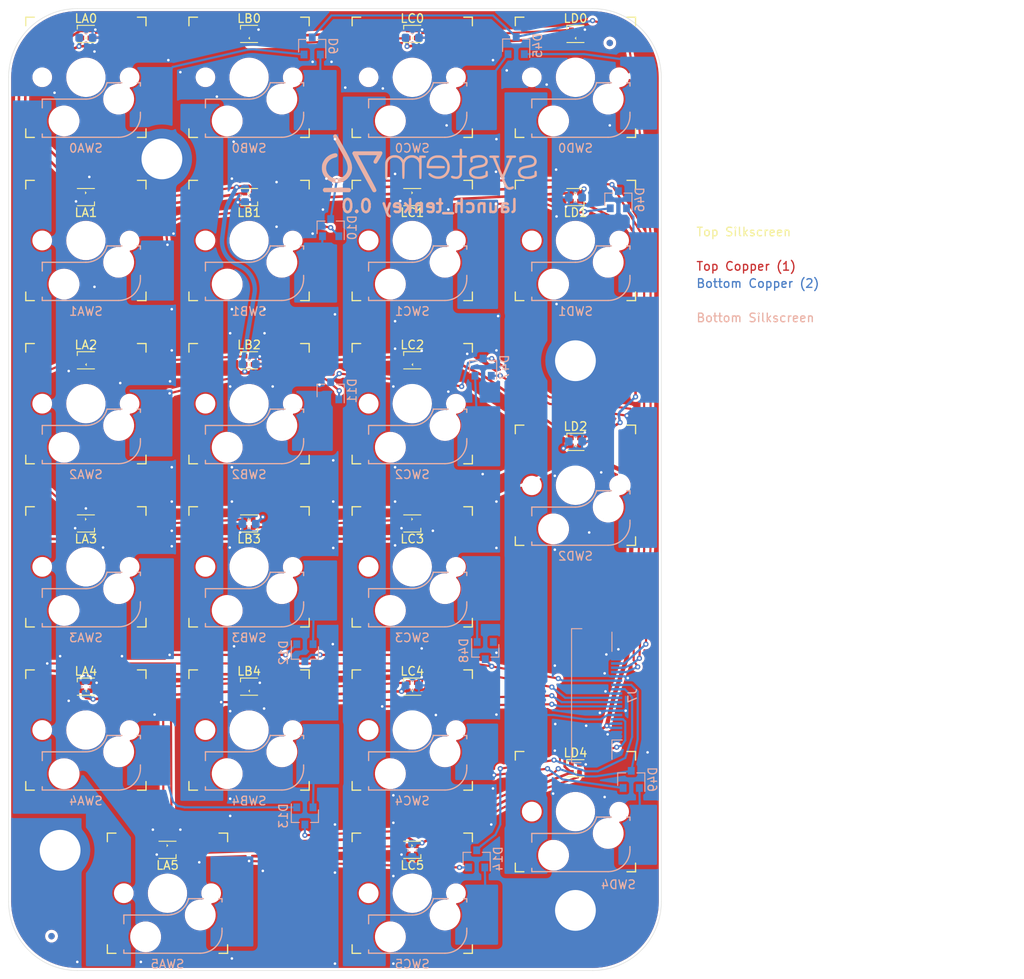
<source format=kicad_pcb>
(kicad_pcb (version 20211014) (generator pcbnew)
  (layers (0 "F.Cu" signal) (31 "B.Cu" signal) (34 "B.Paste" user) (35 "F.Paste" user) (36 "B.SilkS" user "B.Silkscreen") (37 "F.SilkS" user "F.Silkscreen") (38 "B.Mask" user) (39 "F.Mask" user) (44 "Edge.Cuts" user))
  (net 0 "")
  (net 1 "GND")
  (net 2 "+3V6")
  (net 3 "Net-(D9-Pad2)")
  (net 4 "Net-(D9-Pad1)")
  (net 5 "Net-(D10-Pad2)")
  (net 6 "Net-(D10-Pad1)")
  (net 7 "Net-(D11-Pad2)")
  (net 8 "Net-(D11-Pad1)")
  (net 9 "Net-(D12-Pad2)")
  (net 10 "Net-(D12-Pad1)")
  (net 11 "Net-(D13-Pad2)")
  (net 12 "Net-(D13-Pad1)")
  (net 13 "Net-(D14-Pad2)")
  (net 14 "Net-(D14-Pad1)")
  (net 15 "Net-(D45-Pad2)")
  (net 16 "Net-(D45-Pad1)")
  (net 17 "Net-(D46-Pad2)")
  (net 18 "Net-(D46-Pad1)")
  (net 19 "Net-(D47-Pad2)")
  (net 20 "Net-(D47-Pad1)")
  (net 21 "Net-(D48-Pad1)")
  (net 22 "Net-(D49-Pad2)")
  (net 23 "Net-(LA0-Pad1)")
  (net 24 "Net-(LA0-Pad3)")
  (net 25 "Net-(LA1-Pad1)")
  (net 26 "Net-(LA2-Pad1)")
  (net 27 "Net-(LA2-Pad3)")
  (net 28 "Net-(LA3-Pad1)")
  (net 29 "Net-(LC3-Pad1)")
  (net 30 "Net-(LB0-Pad3)")
  (net 31 "Net-(LB1-Pad1)")
  (net 32 "Net-(LB2-Pad3)")
  (net 33 "Net-(LB3-Pad1)")
  (net 34 "Net-(LC5-Pad1)")
  (net 35 "Net-(LC0-Pad3)")
  (net 36 "Net-(LC1-Pad1)")
  (net 37 "Net-(LC2-Pad3)")
  (net 38 "Net-(LB4-Pad3)")
  (net 39 "Net-(LD1-Pad1)")
  (net 42 "Net-(D49-Pad1)")
  (net 43 "Net-(LA4-Pad1)")
  (net 44 "Net-(LA4-Pad3)")
  (net 45 "Net-(LA5-Pad1)")
  (net 46 "/ROW6")
  (net 47 "/ROW7")
  (net 48 "/ROW8")
  (net 49 "/ROW9")
  (net 50 "/ROW10")
  (net 51 "/ROW11")
  (net 52 "/LEDI")
  (net 53 "/COLD")
  (net 54 "/COLE")
  (net 55 "/COLF")
  (net 56 "/COLM")
  (footprint "launch:LED_SK6805-EC15" (layer "F.Cu") (at 50 39.95)
    (fp_text reference "LB0")
    (fp_text value "SK6805-EC15" hide)
  )
  (footprint "launch:LED_SK6805-EC15" (layer "F.Cu") (at 88 39.95)
    (fp_text reference "LD0")
    (fp_text value "SK6805-EC15" hide)
  )
  (footprint "launch:LED_SK6805-EC15" (layer "F.Cu") (at 31 58.95 180)
    (fp_text reference "LA1")
    (fp_text value "SK6805-EC15" hide)
  )
  (footprint "launch:LED_SK6805-EC15" (layer "F.Cu") (at 50 58.95 180)
    (fp_text reference "LB1")
    (fp_text value "SK6805-EC15" hide)
  )
  (footprint "launch:LED_SK6805-EC15" (layer "F.Cu") (at 69 58.95 180)
    (fp_text reference "LC1")
    (fp_text value "SK6805-EC15" hide)
  )
  (footprint "launch:LED_SK6805-EC15" (layer "F.Cu") (at 88 58.95 180)
    (fp_text reference "LD1")
    (fp_text value "SK6805-EC15" hide)
  )
  (footprint "launch:LED_SK6805-EC15" (layer "F.Cu") (at 31 77.95)
    (fp_text reference "LA2")
    (fp_text value "SK6805-EC15" hide)
  )
  (footprint "launch:LED_SK6805-EC15" (layer "F.Cu") (at 50 77.95)
    (fp_text reference "LB2")
    (fp_text value "SK6805-EC15" hide)
  )
  (footprint "launch:LED_SK6805-EC15" (layer "F.Cu") (at 69 77.95)
    (fp_text reference "LC2")
    (fp_text value "SK6805-EC15" hide)
  )
  (footprint "launch:LED_SK6805-EC15" (layer "F.Cu") (at 31 96.95 180)
    (fp_text reference "LA3")
    (fp_text value "SK6805-EC15" hide)
  )
  (footprint "launch:LED_SK6805-EC15" (layer "F.Cu") (at 50 96.95 180)
    (fp_text reference "LB3")
    (fp_text value "SK6805-EC15" hide)
  )
  (footprint "launch:LED_SK6805-EC15" (layer "F.Cu") (at 69 96.95 180)
    (fp_text reference "LC3")
    (fp_text value "SK6805-EC15" hide)
  )
  (footprint "launch:LED_SK6805-EC15" (layer "F.Cu") (at 31 115.95)
    (fp_text reference "LA4")
    (fp_text value "SK6805-EC15" hide)
  )
  (footprint "launch:LED_SK6805-EC15" (layer "F.Cu") (at 50 115.95)
    (fp_text reference "LB4")
    (fp_text value "SK6805-EC15" hide)
  )
  (footprint "launch:LED_SK6805-EC15" (layer "F.Cu") (at 69 115.95)
    (fp_text reference "LC4")
    (fp_text value "SK6805-EC15" hide)
  )
  (footprint "launch:LED_SK6805-EC15" (layer "F.Cu") (at 40.5 134.95 180)
    (fp_text reference "LA5")
    (fp_text value "SK6805-EC15" hide)
  )
  (footprint "launch:LED_SK6805-EC15" (layer "F.Cu") (at 69 134.95 180)
    (fp_text reference "LC5")
    (fp_text value "SK6805-EC15" hide)
  )
  (footprint "launch:LED_SK6805-EC15" (layer "F.Cu") (at 88 125.45)
    (fp_text reference "LD4")
    (fp_text value "SK6805-EC15" hide)
  )
  (footprint "launch:LED_SK6805-EC15" (layer "F.Cu") (at 69 39.95)
    (fp_text reference "LC0")
    (fp_text value "SK6805-EC15" hide)
  )
  (footprint "Fiducial:Fiducial_0.75mm_Mask1.5mm" (layer "F.Cu") (at 92 41)
    (fp_text reference "FID3" hide)
    (fp_text value "Fiducial" hide)
  )
  (footprint "Fiducial:Fiducial_0.75mm_Mask1.5mm" (layer "F.Cu") (at 27 145)
    (fp_text reference "FID1" hide)
    (fp_text value "Fiducial" hide)
  )
  (footprint "launch:LED_SK6805-EC15" (layer "F.Cu") (at 31 39.95)
    (fp_text reference "LA0")
    (fp_text value "SK6805-EC15" hide)
  )
  (footprint "launch:LED_SK6805-EC15" (layer "F.Cu") (at 88 87.45)
    (fp_text reference "LD2")
    (fp_text value "SK6805-EC15" hide)
  )
  (footprint "launch:MountingHole" (layer "F.Cu") (at 39.85 54.5)
    (fp_text reference "H1" hide)
    (fp_text value "MountingHole_Pad")
  )
  (footprint "launch:MountingHole" (layer "F.Cu") (at 28 135)
    (fp_text reference "H2" hide)
    (fp_text value "MountingHole_Pad")
  )
  (footprint "launch:MountingHole" (layer "F.Cu") (at 88 142)
    (fp_text reference "H3" hide)
    (fp_text value "MountingHole_Pad")
  )
  (footprint "launch:MountingHole" (layer "F.Cu") (at 88 78)
    (fp_text reference "H5" hide)
    (fp_text value "MountingHole_Pad" hide)
  )
  (footprint "Kailh:Kailh_socket_MX" (layer "B.Cu") (at 50 45 180)
    (fp_text reference "SWB0")
    (fp_text value "CPG151101S11" hide)
  )
  (footprint "Kailh:Kailh_socket_MX" (layer "B.Cu") (at 69 45 180)
    (fp_text reference "SWC0")
    (fp_text value "CPG151101S11" hide)
  )
  (footprint "Kailh:Kailh_socket_MX" (layer "B.Cu") (at 31 45 180)
    (fp_text reference "SWA0")
    (fp_text value "CPG151101S11" hide)
  )
  (footprint "Kailh:Kailh_socket_MX" (layer "B.Cu") (at 69 83 180)
    (fp_text reference "SWC2")
    (fp_text value "CPG151101S11" hide)
  )
  (footprint "Kailh:Kailh_socket_MX" (layer "B.Cu") (at 69 64 180)
    (fp_text reference "SWC1")
    (fp_text value "CPG151101S11" hide)
  )
  (footprint "Kailh:Kailh_socket_MX" (layer "B.Cu") (at 88 64 180)
    (fp_text reference "SWD1")
    (fp_text value "CPG151101S11" hide)
  )
  (footprint "Kailh:Kailh_socket_MX" (layer "B.Cu") (at 31 83 180)
    (fp_text reference "SWA2")
    (fp_text value "CPG151101S11" hide)
  )
  (footprint "Kailh:Kailh_socket_MX" (layer "B.Cu") (at 50 83 180)
    (fp_text reference "SWB2")
    (fp_text value "CPG151101S11" hide)
  )
  (footprint "Kailh:Kailh_socket_MX" (layer "B.Cu") (at 88 92.5 180)
    (fp_text reference "SWD2")
    (fp_text value "CPG151101S11" hide)
  )
  (footprint "Kailh:Kailh_socket_MX" (layer "B.Cu") (at 31 102 180)
    (fp_text reference "SWA3")
    (fp_text value "CPG151101S11" hide)
  )
  (footprint "Kailh:Kailh_socket_MX" (layer "B.Cu") (at 50 102 180)
    (fp_text reference "SWB3")
    (fp_text value "CPG151101S11" hide)
  )
  (footprint "Kailh:Kailh_socket_MX" (layer "B.Cu") (at 69 102 180)
    (fp_text reference "SWC3")
    (fp_text value "CPG151101S11" hide)
  )
  (footprint "Kailh:Kailh_socket_MX" (layer "B.Cu") (at 31 121 180)
    (fp_text reference "SWA4")
    (fp_text value "CPG151101S11" hide)
  )
  (footprint "Kailh:Kailh_socket_MX" (layer "B.Cu") (at 50 121 180)
    (fp_text reference "SWB4")
    (fp_text value "CPG151101S11" hide)
  )
  (footprint "Kailh:Kailh_socket_MX" (layer "B.Cu") (at 69 121 180)
    (fp_text reference "SWC4")
    (fp_text value "CPG151101S11" hide)
  )
  (footprint "Kailh:Kailh_socket_MX" (layer "B.Cu") (at 40.5 140 180)
    (fp_text reference "SWA5")
    (fp_text value "CPG151101S11" hide)
  )
  (footprint "Kailh:Kailh_socket_MX" (layer "B.Cu") (at 69 140 180)
    (fp_text reference "SWC5")
    (fp_text value "CPG151101S11" hide)
  )
  (footprint "Kailh:Kailh_socket_MX" (layer "B.Cu") (at 88 130.5 180)
    (fp_text reference "SWD4")
    (fp_text value "CPG151101S11" hide)
  )
  (footprint "Kailh:Kailh_socket_MX" (layer "B.Cu") (at 31 64 180)
    (fp_text reference "SWA1")
    (fp_text value "CPG151101S11" hide)
  )
  (footprint "Fiducial:Fiducial_0.75mm_Mask1.5mm" (layer "B.Cu") (at 27 145)
    (fp_text reference "FID2" hide)
    (fp_text value "Fiducial")
  )
  (footprint "Fiducial:Fiducial_0.75mm_Mask1.5mm" (layer "B.Cu") (at 92 41)
    (fp_text reference "FID4" hide)
    (fp_text value "Fiducial" hide)
  )
  (footprint "Kailh:Kailh_socket_MX" (layer "B.Cu") (at 88 45 180)
    (fp_text reference "SWD0")
    (fp_text value "CPG151101S11" hide)
  )
  (footprint "Package_TO_SOT_SMD:SOT-23" (layer "B.Cu") (at 57.35 41.35 90)
    (fp_text reference "D9")
    (fp_text value "BAV70,215")
  )
  (footprint "Package_TO_SOT_SMD:SOT-23" (layer "B.Cu") (at 59.5 62.5 90)
    (fp_text reference "D10")
    (fp_text value "BAV70,215")
  )
  (footprint "Package_TO_SOT_SMD:SOT-23" (layer "B.Cu") (at 59.5 81.5 90)
    (fp_text reference "D11")
    (fp_text value "BAV70,215")
  )
  (footprint "Package_TO_SOT_SMD:SOT-23" (layer "B.Cu") (at 56.5 112 -90)
    (fp_text reference "D12")
    (fp_text value "BAV70,215")
  )
  (footprint "Package_TO_SOT_SMD:SOT-23" (layer "B.Cu") (at 56.5 131 -90)
    (fp_text reference "D13")
    (fp_text value "BAV70,215")
  )
  (footprint "Package_TO_SOT_SMD:SOT-23" (layer "B.Cu") (at 76.5 136 90)
    (fp_text reference "D14")
    (fp_text value "BAV70,215")
  )
  (footprint "Package_TO_SOT_SMD:SOT-23" (layer "B.Cu") (at 81.1 41.3 90)
    (fp_text reference "D45")
    (fp_text value "BAV70,215")
  )
  (footprint "Package_TO_SOT_SMD:SOT-23" (layer "B.Cu") (at 93 59.25 90)
    (fp_text reference "D46")
    (fp_text value "BAV70,215")
  )
  (footprint "Package_TO_SOT_SMD:SOT-23" (layer "B.Cu") (at 77.25 78.75 90)
    (fp_text reference "D47")
    (fp_text value "BAV70,215")
  )
  (footprint "Package_TO_SOT_SMD:SOT-23" (layer "B.Cu") (at 77.5 111.75 -90)
    (fp_text reference "D48")
    (fp_text value "BAV70,215")
  )
  (footprint "Package_TO_SOT_SMD:SOT-23" (layer "B.Cu") (at 94.5 126.75 90)
    (fp_text reference "D49")
    (fp_text value "BAV70,215")
  )
  (footprint "Kailh:Kailh_socket_MX" (layer "B.Cu") (at 50 64 180)
    (fp_text reference "SWB1")
    (fp_text value "CPG151101S11" hide)
  )
  (footprint "Logo:System76" (layer "B.Cu") (at 71 55 180)
    (fp_text reference "LOGO1" hide)
    (fp_text value "System76Logo" hide)
  )
  (footprint "launch:AFC07-S20FCC-00" (layer "B.Cu") (at 90.95 117 90)
    (fp_text reference "J7")
    (fp_text value "AFC07-S20FCC-00")
  )
  (footprint "Capacitor_SMD:C_0603_1608Metric" (layer "B.Cu") (at 31 116 -90)
    (fp_text reference "C9" hide)
    (fp_text value "100 nF")
  )
  (footprint "Capacitor_SMD:C_0603_1608Metric" (layer "B.Cu") (at 69 115.8 180)
    (fp_text reference "C10" hide)
    (fp_text value "100 nF")
  )
  (footprint "Capacitor_SMD:C_0603_1608Metric" (layer "B.Cu") (at 88 59)
    (fp_text reference "C5" hide)
    (fp_text value "100 nF")
  )
  (footprint "Capacitor_SMD:C_0603_1608Metric" (layer "B.Cu") (at 50 78.4 180)
    (fp_text reference "C6" hide)
    (fp_text value "100 nF")
  )
  (footprint "Capacitor_SMD:C_0603_1608Metric" (layer "B.Cu") (at 31 40.4 180)
    (fp_text reference "C4" hide)
    (fp_text value "100 nF")
  )
  (footprint "Capacitor_SMD:C_0603_1608Metric" (layer "B.Cu") (at 69 135 90)
    (fp_text reference "C8" hide)
    (fp_text value "100 nF")
  )
  (footprint "Capacitor_SMD:C_0603_1608Metric" (layer "B.Cu") (at 88 87.4 180)
    (fp_text reference "C3" hide)
    (fp_text value "100 nF")
  )
  (footprint "Capacitor_SMD:C_0603_1608Metric" (layer "B.Cu") (at 49.525 58.75 90)
    (fp_text reference "C1" hide)
    (fp_text value "100 nF")
  )
  (footprint "Capacitor_SMD:C_0603_1608Metric" (layer "B.Cu") (at 69 40.4 180)
    (fp_text reference "C2" hide)
    (fp_text value "100 nF")
  )
  (footprint "Capacitor_SMD:C_0603_1608Metric" (layer "B.Cu") (at 50 97)
    (fp_text reference "C7" hide)
    (fp_text value "100 nF")
  )
  (gr_line (start 22 45) (end 22 141) (layer "Edge.Cuts") (width 0.05))
  (gr_arc (start 90 37) (mid 95.656854 39.343146) (end 98 45) (layer "Edge.Cuts") (width 0.05))
  (gr_arc (start 98 141) (mid 95.656854 146.656854) (end 90 149) (layer "Edge.Cuts") (width 0.05))
  (gr_line (start 30 37) (end 90 37) (layer "Edge.Cuts") (width 0.05))
  (gr_arc (start 30 149) (mid 24.343146 146.656854) (end 22 141) (layer "Edge.Cuts") (width 0.05))
  (gr_arc (start 22 45) (mid 24.343146 39.343146) (end 30 37) (layer "Edge.Cuts") (width 0.05))
  (gr_line (start 98 45) (end 98 141) (layer "Edge.Cuts") (width 0.05))
  (gr_line (start 30 149) (end 90 149) (layer "Edge.Cuts") (width 0.05))
  (gr_text "Top Copper (1)" (at 102 67) (layer "F.Cu") (effects (font (size 1 1)) (justify left)))
  (gr_text "Bottom Copper (2)" (at 102 69) (layer "B.Cu") (effects (font (size 1 1)) (justify left)))
  (gr_text "Bottom Silkscreen" (at 102 73) (layer "B.SilkS") (effects (font (size 1 1)) (justify left)))
  (gr_text "launch_tenkey 0.0" (at 71 60) (layer "B.SilkS") (effects (font (size 1.5 1.5) (thickness 0.3)) (justify mirror)))
  (gr_text "Top Silkscreen" (at 102 63) (layer "F.SilkS") (effects (font (size 1 1)) (justify left)))
  (segment (start 69.475 115.475) (end 70.1 114.85) (width 0.3) (layer "F.Cu") (net 1))
  (segment (start 68.525 59.425) (end 67.6 59.4) (width 0.3) (layer "F.Cu") (net 1))
  (segment (start 31.475 77.475) (end 31.6 76.6) (width 0.3) (layer "F.Cu") (net 1))
  (segment (start 50.475 115.475) (end 51.25 115.5) (width 0.25) (layer "F.Cu") (net 1))
  (segment (start 30.525 97.425) (end 29.75 97.5) (width 0.3) (layer "F.Cu") (net 1))
  (segment (start 31.475 39.475) (end 32.1 39.45) (width 0.3) (layer "F.Cu") (net 1))
  (segment (start 88.475 124.975) (end 89.2 125) (width 0.3) (layer "F.Cu") (net 1))
  (segment (start 68.525 97.425) (end 67.75 97.5) (width 0.25) (layer "F.Cu") (net 1))
  (segment (start 68.525 135.425) (end 67.75 135.5) (width 0.25) (layer "F.Cu") (net 1))
  (segment (start 30.525 59.425) (end 29.85 59.45) (width 0.3) (layer "F.Cu") (net 1))
  (segment (start 40.025 135.425) (end 39.25 135.5) (width 0.25) (layer "F.Cu") (net 1))
  (segment (start 88.475 39.475) (end 89.1 39.45) (width 0.3) (layer "F.Cu") (net 1))
  (segment (start 69.475 39.475) (end 70.15 39.45) (width 0.3) (layer "F.Cu") (net 1))
  (segment (start 87.525 59.425) (end 86.9 60.05) (width 0.3) (layer "F.Cu") (net 1))
  (segment (start 49.525 97.425) (end 48.95 98) (width 0.3) (layer "F.Cu") (net 1))
  (segment (start 88.475 86.975) (end 89.1 86.35) (width 0.3) (layer "F.Cu") (net 1))
  (segment (start 31.475 115.475) (end 32.25 115.5) (width 0.25) (layer "F.Cu") (net 1))
  (segment (start 69.475 77.475) (end 70.1 76.85) (width 0.3) (layer "F.Cu") (net 1))
  (segment (start 50.475 39.475) (end 51.1 39.45) (width 0.3) (layer "F.Cu") (net 1))
  (segment (start 50.475 77.475) (end 51.25 77.5) (width 0.3) (layer "F.Cu") (net 1))
  (via (at 70.15 39.45) (size 0.6) (drill 0.3) (layers "F.Cu" "B.Cu") (net 1))
  (via (at 67 90.4) (size 0.6) (drill 0.3) (layers "F.Cu" "B.Cu") (net 1))
  (via (at 32 42) (size 0.6) (drill 0.3) (layers "F.Cu" "B.Cu") (net 1))
  (via (at 31 95.2) (size 0.6) (drill 0.3) (layers "F.Cu" "B.Cu") (net 1))
  (via (at 44.2 136.4) (size 0.6) (drill 0.3) (layers "F.Cu" "B.Cu") (net 1))
  (via (at 73.2 60.4) (size 0.6) (drill 0.3) (layers "F.Cu" "B.Cu") (net 1))
  (via (at 47.8 74.8) (size 0.6) (drill 0.3) (layers "F.Cu" "B.Cu") (net 1))
  (via (at 96.4 123.6) (size 0.6) (drill 0.3) (layers "F.Cu" "B.Cu") (net 1))
  (via (at 67.75 97.5) (size 0.6) (drill 0.3) (layers "F.Cu" "B.Cu") (net 1))
  (via (at 37.4 148) (size 0.6) (drill 0.3) (layers "F.Cu" "B.Cu") (net 1))
  (via (at 91.4 128.8) (size 0.6) (drill 0.3) (layers "F.Cu" "B.Cu") (net 1))
  (via (at 32.1 39.45) (size 0.6) (drill 0.3) (layers "F.Cu" "B.Cu") (net 1))
  (via (at 67 73.4) (size 0.6) (drill 0.3) (layers "F.Cu" "B.Cu") (net 1))
  (via (at 66.8 131.8) (size 0.6) (drill 0.3) (layers "F.Cu" "B.Cu") (net 1))
  (via (at 48.25 111.25) (size 0.6) (drill 0.3) (layers "F.Cu" "B.Cu") (net 1))
  (via (at 47.8 131) (size 0.6) (drill 0.3) (layers "F.Cu" "B.Cu") (net 1))
  (via (at 35.2 112.4) (size 0.6) (drill 0.3) (layers "F.Cu" "B.Cu") (net 1))
  (via (at 47.75 99.75) (size 0.6) (drill 0.3) (layers "F.Cu" "B.Cu") (net 1))
  (via (at 48 94.4) (size 0.6) (drill 0.3) (layers "F.Cu" "B.Cu") (net 1))
  (via (at 32.25 115.5) (size 0.6) (drill 0.3) (layers "F.Cu" "B.Cu") (net 1))
  (via (at 57.4 63.2) (size 0.6) (drill 0.3) (layers "F.Cu" "B.Cu") (net 1))
  (via (at 60 148.2) (size 0.6) (drill 0.3) (layers "F.Cu" "B.Cu") (net 1))
  (via (at 59.75 111) (size 0.6) (drill 0.3) (layers "F.Cu" "B.Cu") (net 1))
  (via (at 78.4 127.8) (size 0.6) (drill 0.3) (layers "F.Cu" "B.Cu") (net 1))
  (via (at 48 72) (size 0.6) (drill 0.3) (layers "F.Cu" "B.Cu") (net 1))
  (via (at 28 112.4) (size 0.6) (drill 0.3) (layers "F.Cu" "B.Cu") (net 1))
  (via (at 41 72) (size 0.6) (drill 0.3) (layers "F.Cu" "B.Cu") (net 1))
  (via (at 70.1 114.85) (size 0.6) (drill 0.3) (layers "F.Cu" "B.Cu") (net 1))
  (via (at 85.4 128.4) (size 0.6) (drill 0.3) (layers "F.Cu" "B.Cu") (net 1))
  (via (at 85.65 120.3) (size 0.6) (drill 0.3) (layers "F.Cu" "B.Cu") (net 1))
  (via (at 90.85 119) (size 0.6) (drill 0.3) (layers "F.Cu" "B.Cu") (net 1))
  (via (at 41 94.4) (size 0.6) (drill 0.3) (layers "F.Cu" "B.Cu") (net 1))
  (via (at 48 90.4) (size 0.6) (drill 0.3) (layers "F.Cu" "B.Cu") (net 1))
  (via (at 40.6 43) (size 0.6) (drill 0.3) (layers "F.Cu" "B.Cu") (net 1))
  (via (at 60 52.2) (size 0.6) (drill 0.3) (layers "F.Cu" "B.Cu") (net 1))
  (via (at 78.8 76.8) (size 0.6) (drill 0.3) (layers "F.Cu" "B.Cu") (net 1))
  (via (at 67 56.25) (size 0.6) (drill 0.3) (layers "F.Cu" "B.Cu") (net 1))
  (via (at 32 69.4) (size 0.6) (drill 0.3) (layers "F.Cu" "B.Cu") (net 1))
  (via (at 78.8 99.8) (size 0.6) (drill 0.3) (layers "F.Cu" "B.Cu") (net 1))
  (via (at 78.75 56) (size 0.6) (drill 0.3) (layers "F.Cu" "B.Cu") (net 1))
  (via (at 66.8 148.2) (size 0.6) (drill 0.3) (layers "F.Cu" "B.Cu") (net 1))
  (via (at 73 50.6) (size 0.6) (drill 0.3) (layers "F.Cu" "B.Cu") (net 1))
  (via (at 48 56.8) (size 0.6) (drill 0.3) (layers "F.Cu" "B.Cu") (net 1))
  (via (at 78.8 94.4) (size 0.6) (drill 0.3) (layers "F.Cu" "B.Cu") (net 1))
  (via (at 71.75 119.25) (size 0.6) (drill 0.3) (layers "F.Cu" "B.Cu") (net 1))
  (via (at 89.1 86.35) (size 0.6) (drill 0.3) (layers "F.Cu" "B.Cu") (net 1))
  (via (at 85.75 55.75) (size 0.6) (drill 0.3) (layers "F.Cu" "B.Cu") (net 1))
  (via (at 67 94.4) (size 0.6) (drill 0.3) (layers "F.Cu" "B.Cu") (net 1))
  (via (at 52.75 81) (size 0.6) (drill 0.3) (layers "F.Cu" "B.Cu") (net 1))
  (via (at 42 44.4) (size 0.6) (drill 0.3) (layers "F.Cu" "B.Cu") (net 1))
  (via (at 93 111.6) (size 0.6) (drill 0.3) (layers "F.Cu" "B.Cu") (net 1))
  (via (at 39.25 135.5) (size 0.6) (drill 0.3) (layers "F.Cu" "B.Cu") (net 1))
  (via (at 51.6 137.4) (size 0.6) (drill 0.3) (layers "F.Cu" "B.Cu") (net 1))
  (via (at 67 99.5) (size 0.6) (drill 0.3) (layers "F.Cu" "B.Cu") (net 1))
  (via (at 91.4 114.4) (size 0.6) (drill 0.3) (layers "F.Cu" "B.Cu") (net 1))
  (via (at 47.8 118.8) (size 0.6) (drill 0.3) (layers "F.Cu" "B.Cu") (net 1))
  (via (at 85.8 61.2) (size 0.6) (drill 0.3) (layers "F.Cu" "B.Cu") (net 1))
  (via (at 85.6 123.4) (size 0.6) (drill 0.3) (layers "F.Cu" "B.Cu") (net 1))
  (via (at 85.6 91.4) (size 0.6) (drill 0.3) (layers "F.Cu" "B.Cu") (net 1))
  (via (at 85.8 71.4) (size 0.6) (drill 0.3) (layers "F.Cu" "B.Cu") (net 1))
  (via (at 35 80.6) (size 0.6) (drill 0.3) (layers "F.Cu" "B.Cu") (net 1))
  (via (at 67 76.6) (size 0.6) (drill 0.3) (layers "F.Cu" "B.Cu") (net 1))
  (via (at 42 132.6) (size 0.6) (drill 0.3) (layers "F.Cu" "B.Cu") (net 1))
  (via (at 67.6 59.4) (size 0.6) (drill 0.3) (layers "F.Cu" "B.Cu") (net 1))
  (via (at 53.2 62.4) (size 0.6) (drill 0.3) (layers "F.Cu" "B.Cu") (net 1))
  (via (at 48.7 59.55) (size 0.6) (drill 0.3) (layers "F.Cu" "B.Cu") (net 1))
  (via (at 66.8 81) (size 0.6) (drill 0.3) (layers "F.Cu" "B.Cu") (net 1))
  (via (at 29.75 97.5) (size 0.6) (drill 0.3) (layers "F.Cu" "B.Cu") (net 1))
  (via (at 29.85 59.45) (size 0.6) (drill 0.3) (layers "F.Cu" "B.Cu") (net 1))
  (via (at 78.2 132) (size 0.6) (drill 0.3) (layers "F.Cu" "B.Cu") (net 1))
  (via (at 75.4 77.2) (size 0.6) (drill 0.3) (layers "F.Cu" "B.Cu") (net 1))
  (via (at 59.8 99.8) (size 0.6) (drill 0.3) (layers "F.Cu" "B.Cu") (net 1))
  (via (at 29 117.6) (size 0.6) (drill 0.3) (layers "F.Cu" "B.Cu") (net 1))
  (via (at 31.4 56.6) (size 0.6) (drill 0.3) (layers "F.Cu" "B.Cu") (net 1))
  (via (at 57.4 43.2) (size 0.6) (drill 0.3) (layers "F.Cu" "B.Cu") (net 1))
  (via (at 91 91) (size 0.6) (drill 0.3) (layers "F.Cu" "B.Cu") (net 1))
  (via (at 51.25 77.5) (size 0.6) (drill 0.3) (layers "F.Cu" "B.Cu") (net 1))
  (via (at 86.9 60.05) (size 0.6) (drill 0.3) (layers "F.Cu" "B.Cu") (net 1))
  (via (at 47.8 81) (size 0.6) (drill 0.3) (layers "F.Cu" "B.Cu") (net 1))
  (via (at 40.8 80.4) (size 0.6) (drill 0.3) (layers "F.Cu" "B.Cu") (net 1))
  (via (at 89.2 125) (size 0.6) (drill 0.3) (layers "F.Cu" "B.Cu") (net 1))
  (via (at 94.1 114.95) (size 0.6) (drill 0.3) (layers "F.Cu" "B.Cu") (net 1))
  (via (at 41 99.6) (size 0.6) (drill 0.3) (layers "F.Cu" "B.Cu") (net 1))
  (via (at 59 56.8) (size 0.6) (drill 0.3) (layers "F.Cu" "B.Cu") (net 1))
  (via (at 92 50.6) (size 0.6) (drill 0.3) (layers "F.Cu" "B.Cu") (net 1))
  (via (at 91.5 116.5) (size 0.6) (drill 0.3) (layers "F.Cu" "B.Cu") (net 1))
  (via (at 53.2 57.2) (size 0.6) (drill 0.3) (layers "F.Cu" "B.Cu") (net 1))
  (via (at 60 72.6) (size 0.6) (drill 0.3) (layers "F.Cu" "B.Cu") (net 1))
  (via (at 38.8 132.6) (size 0.6) (drill 0.3) (layers "F.Cu" "B.Cu") (net 1))
  (via (at 73.2 81.6) (size 0.6) (drill 0.3) (layers "F.Cu" "B.Cu") (net 1))
  (via (at 41 90.4) (size 0.6) (drill 0.3) (layers "F.Cu" "B.Cu") (net 1))
  (via (at 60 137.6) (size 0.6) (drill 0.3) (layers "F.Cu" "B.Cu") (net 1))
  (via (at 59.8 94.4) (size 0.6) (drill 0.3) (layers "F.Cu" "B.Cu") (net 1))
  (via (at 77.2 91.2) (size 0.6) (drill 0.3) (layers "F.Cu" "B.Cu") (net 1))
  (via (at 91.75 121.5) (size 0.6) (drill 0.3) (layers "F.Cu" "B.Cu") (net 1))
  (via (at 67.75 135.5) (size 0.6) (drill 0.3) (layers "F.Cu" "B.Cu") (net 1))
  (via (at 78.4 43) (size 0.6) (drill 0.3) (layers "F.Cu" "B.Cu") (net 1))
  (via (at 89.6 98) (size 0.6) (drill 0.3) (layers "F.Cu" "B.Cu") (net 1))
  (via (at 27.35 46.8) (size 0.6) (drill 0.3) (layers "F.Cu" "B.Cu") (net 1))
  (via (at 66.8 138) (size 0.6) (drill 0.3) (layers "F.Cu" "B.Cu") (net 1))
  (via (at 48 147.6) (size 0.6) (drill 0.3) (layers "F.Cu" "B.Cu") (net 1))
  (via (at 85.6 100) (size 0.6) (drill 0.3) (layers "F.Cu" "B.Cu") (net 1))
  (via (at 58.6 60.4) (size 0.6) (drill 0.3) (layers "F.Cu" "B.Cu") (net 1))
  (via (at 47.8 129) (size 0.6) (drill 0.3) (layers "F.Cu" "B.Cu") (net 1))
  (via (at 29 79.2) (size 0.6) (drill 0.3) (layers "F.Cu" "B.Cu") (net 1))
  (via (at 80 44.2) (size 0.6) (drill 0.3) (layers "F.Cu" "B.Cu") (net 1))
  (via (at 93.85 118.75) (size 0.6) (drill 0.3) (layers "F.Cu" "B.Cu") (net 1))
  (via (at 48.95 98) (size 0.6) (drill 0.3) (layers "F.Cu" "B.Cu") (net 1))
  (via (at 51.8 72) (size 0.6) (drill 0.3) (layers "F.Cu" "B.Cu") (net 1))
  (via (at 61.2 46.2) (size 0.6) (drill 0.3) (layers "F.Cu" "B.Cu") (net 1))
  (via (at 51.75 118.5) (size 0.6) (drill 0.3) (layers "F.Cu" "B.Cu") (net 1))
  (via (at 60 132) (size 0.6) (drill 0.3) (layers "F.Cu" "B.Cu") (net 1))
  (via (at 65.575 46.3) (size 0.6) (drill 0.3) (layers "F.Cu" "B.Cu") (net 1))
  (via (at 58.2 80.8) (size 0.6) (drill 0.3) (layers "F.Cu" "B.Cu") (net 1))
  (via (at 48.2 52.5) (size 0.6) (drill 0.3) (layers "F.Cu" "B.Cu") (net 1))
  (via (at 84.65 45.85) (size 0.6) (drill 0.3) (layers "F.Cu" "B.Cu") (net 1))
  (via (at 78.8 119.2) (size 0.6) (drill 0.3) (layers "F.Cu" "B.Cu") (net 1))
  (via (at 59.6 43.2) (size 0.6) (drill 0.3) (layers "F.Cu" "B.Cu") (net 1))
  (via (at 33 99.75) (size 0.6) (drill 0.3) (layers "F.Cu" "B.Cu") (net 1))
  (via (at 71.4 97.8) (size 0.6) (drill 0.3) (layers "F.Cu" "B.Cu") (net 1))
  (via (at 31.6 76.6) (size 0.6) (drill 0.3) (layers "F.Cu" "B.Cu") (net 1))
  (via (at 79 72.8) (size 0.6) (drill 0.3) (layers "F.Cu" "B.Cu") (net 1))
  (via (at 66.8 128.6) (size 0.6) (drill 0.3) (layers "F.Cu" "B.Cu") (net 1))
  (via (at 51.1 39.45) (size 0.6) (drill 0.3) (layers "F.Cu" "B.Cu") (net 1))
  (via (at 46.25 47.25) (size 0.6) (drill 0.3) (layers "F.Cu" "B.Cu") (net 1))
  (via (at 51.25 115.5) (size 0.6) (drill 0.3) (layers "F.Cu" "B.Cu") (net 1))
  (via (at 91.6 112.2) (size 0.6) (drill 0.3) (layers "F.Cu" "B.Cu") (net 1))
  (via (at 78.8 112) (size 0.6) (drill 0.3) (layers "F.Cu" "B.Cu") (net 1))
  (via (at 41 76.8) (size 0.6) (drill 0.3) (layers "F.Cu" "B.Cu") (net 1))
  (via (at 51.8 74.8) (size 0.6) (drill 0.3) (layers "F.Cu" "B.Cu") (net 1))
  (via (at 70.1 76.85) (size 0.6) (drill 0.3) (layers "F.Cu" "B.Cu") (net 1))
  (via (at 30 148) (size 0.6) (drill 0.3) (layers "F.Cu" "B.Cu") (net 1))
  (via (at 89.25 120.5) (size 0.6) (drill 0.3) (layers "F.Cu" "B.Cu") (net 1))
  (via (at 41 97.8) (size 0.6) (drill 0.3) (layers "F.Cu" "B.Cu") (net 1))
  (via (at 89.1 39.45) (size 0.6) (drill 0.3) (layers "F.Cu" "B.Cu") (net 1))
  (via (at 85.6 113.5) (size 0.6) (drill 0.3) (layers "F.Cu" "B.Cu") (net 1))
  (via (at 41.2 63.2) (size 0.6) (drill 0.3) (layers "F.Cu" "B.Cu") (net 1))
  (via (at 78.8 52.2) (size 0.6) (drill 0.3) (layers "F.Cu" "B.Cu") (net 1))
  (via (at 59.8 89.6) (size 0.6) (drill 0.3) (layers "F.Cu" "B.Cu") (net 1))
  (via (at 39 119.2) (size 0.6) (drill 0.3) (layers "F.Cu" "B.Cu") (net 1))
  (via (at 70.1 111.5) (size 0.6) (drill 0.3) (layers "F.Cu" "B.Cu") (net 1))
  (segment (start 92.8 116.75) (end 92 116.75) (width 0.25) (layer "B.Cu") (net 1))
  (segment (start 93.75 114.75) (end 92.8 114.75) (width 0.25) (layer "B.Cu") (net 1))
  (segment (start 49.525 59.525) (end 48.7 59.55) (width 0.25) (layer "B.Cu") (net 1))
  (segment (start 92 114.75) (end 91.4 114.4) (width 0.25) (layer "B.Cu") (net 1))
  (segment (start 92.8 118.75) (end 91.45 118.75) (width 0.25) (layer "B.Cu") (net 1))
  (segment (start 92.8 114.75) (end 92 114.75) (width 0.25) (layer "B.Cu") (net 1))
  (segment (start 94.1 114.95) (end 93.75 114.75) (width 0.25) (layer "B.Cu") (net 1))
  (segment (start 92.8 118.75) (end 93.85 118.75) (width 0.25) (layer "B.Cu") (net 1))
  (segment (start 91.45 118.75) (end 90.85 119) (width 0.25) (layer "B.Cu") (net 1))
  (segment (start 92 116.75) (end 91.5 116.5) (width 0.25) (layer "B.Cu") (net 1))
  (segment (start 30.525 78.425) (end 30.6 79.4) (width 0.3) (layer "F.Cu") (net 2))
  (segment (start 48.55 57.8) (end 40.998339 58.859882) (width 0.25) (layer "F.Cu") (net 2))
  (segment (start 82.25 128) (end 87.525 125.925) (width 0.3) (layer "F.Cu") (net 2))
  (segment (start 93.902741 112.88403) (end 94.062241 112.152954) (width 0.5) (layer "F.Cu") (net 2))
  (segment (start 49.908654 117.091346) (end 49.525 116.425) (width 0.3) (layer "F.Cu") (net 2))
  (segment (start 31 117.25) (end 30.525 116.425) (width 0.3) (layer "F.Cu") (net 2))
  (segment (start 68.5 133.5) (end 40.975 134.475) (width 0.3) (layer "F.Cu") (net 2))
  (segment (start 30.2 41.4) (end 49.525 40.425) (width 0.3) (layer "F.Cu") (net 2))
  (segment (start 49.75 41.05) (end 49.525 40.425) (width 0.25) (layer "F.Cu") (net 2))
  (segment (start 68.525 78.425) (end 68.5 79.25) (width 0.3) (layer "F.Cu") (net 2))
  (segment (start 24.5 51.25) (end 23.9 49.6) (width 0.3) (layer "F.Cu") (net 2))
  (segment (start 87 123.5) (end 86.75 124.5) (width 0.3) (layer "F.Cu") (net 2))
  (segment (start 31 117.25) (end 31.845565 117.4) (width 0.3) (layer "F.Cu") (net 2))
  (segment (start 91.65 120.5) (end 87 123.5) (width 0.3) (layer "F.Cu") (net 2))
  (segment (start 94.062241 110.652954) (end 94.062241 112.152954) (width 0.5) (layer "F.Cu") (net 2))
  (segment (start 87.35 57.7) (end 88.025 57.775) (width 0.3) (layer "F.Cu") (net 2))
  (segment (start 91.65 120.5) (end 92.519032 116.913765) (width 0.5) (layer "F.Cu") (net 2))
  (segment (start 69.275 57.875) (end 69.475 58.475) (width 0.3) (layer "F.Cu") (net 2))
  (segment (start 68.525 40.425) (end 51.35 41.2) (width 0.25) (layer "F.Cu") (net 2))
  (segment (start 87.525 40.425) (end 69.715217 41.284783) (width 0.3) (layer "F.Cu") (net 2))
  (segment (start 49.9 41.2) (end 49.75 41.05) (width 0.25) (layer "F.Cu") (net 2))
  (segment (start 31.475 96.475) (end 32.8 96.4) (width 0.3) (layer "F.Cu") (net 2))
  (segment (start 50 57.65) (end 50.353846 57.903846) (width 0.3) (layer "F.Cu") (net 2))
  (segment (start 50.353846 57.903846) (end 50.475 58.475) (width 0.3) (layer "F.Cu") (net 2))
  (segment (start 50.475 58.475) (end 68.45 57.65) (width 0.3) (layer "F.Cu") (net 2))
  (segment (start 68.45 57.65) (end 69 57.65) (width 0.3) (layer "F.Cu") (net 2))
  (segment (start 30.2 41.4) (end 25.430526 43.430526) (width 0.3) (layer "F.Cu") (net 2))
  (segment (start 86.75 125.25) (end 87 125.5) (width 0.3) (layer "F.Cu") (net 2))
  (segment (start 67.75 116.5) (end 66.519414 116.519414) (width 0.3) (layer "F.Cu") (net 2))
  (segment (start 86.75 125.25) (end 86.75 124.5) (width 0.3) (layer "F.Cu") (net 2))
  (segment (start 70.138636 134.138636) (end 82.25 128) (width 0.3) (layer "F.Cu") (net 2))
  (segment (start 69 57.65) (end 69.275 57.875) (width 0.3) (layer "F.Cu") (net 2))
  (segment (start 94.759196 93.32932) (end 94.709195 92.549626) (width 0.5) (layer "F.Cu") (net 2))
  (segment (start 69.25 134) (end 68.5 133.5) (width 0.3) (layer "F.Cu") (net 2))
  (segment (start 69.475 96.475) (end 69.4 95.4) (width 0.3) (layer "F.Cu") (net 2))
  (segment (start 31.15 57.7) (end 24.5 51.25) (width 0.3) (layer "F.Cu") (net 2))
  (segment (start 66.519414 116.519414) (end 53.098802 117.151198) (width 0.3) (layer "F.Cu") (net 2))
  (segment (start 48.55 57.8) (end 49.45 57.65) (width 0.3) (layer "F.Cu") (net 2))
  (segment (start 88.325 58.025) (end 88.475 58.475) (width 0.3) (layer "F.Cu") (net 2))
  (segment (start 69.475 58.475) (end 87.35 57.7) (width 0.3) (layer "F.Cu") (net 2))
  (segment (start 68.525 116.425) (end 67.75 116.5) (width 0.3) (layer "F.Cu") (net 2))
  (segment (start 88.475 58.475) (end 89 58) (width 0.3) (layer "F.Cu") (net 2))
  (segment (start 87.525 87.925) (end 86.6 88.2) (width 0.3) (layer "F.Cu") (net 2))
  (segment (start 49.525 78.425) (end 49.5 79.25) (width 0.3) (layer "F.Cu") (net 2))
  (segment (start 88.025 57.775) (end 88.325 58.025) (width 0.3) (layer "F.Cu") (net 2))
  (segment (start 68.4 41.4) (end 68.525 40.425) (width 0.3) (layer "F.Cu") (net 2))
  (segment (start 94.062241 110.652954) (end 94.761627 93.53898) (width 0.5) (layer "F.Cu") (net 2))
  (segment (start 38.993782 58.938033) (end 31.475 58.475) (width 0.25) (layer "F.Cu") (net 2))
  (segment (start 69.715217 41.284783) (end 68.4 41.4) (width 0.3) (layer "F.Cu") (net 2))
  (segment (start 92.561445 116.801089) (end 93.902741 112.88403) (width 0.5) (layer "F.Cu") (net 2))
  (segment (start 23.9 49.6) (end 24 44.9) (width 0.3) (layer "F.Cu") (net 2))
  (segment (start 49.45 57.65) (end 50 57.65) (width 0.3) (layer "F.Cu") (net 2))
  (segment (start 69.475 134.475) (end 70.138636 134.138636) (width 0.3) (layer "F.Cu") (net 2))
  (segment (start 93.559187 90.865311) (end 91.77881 90.034324) (width 0.5) (layer "F.Cu") (net 2))
  (segment (start 69.475 134.475) (end 69.25 134) (width 0.3) (layer "F.Cu") (net 2))
  (segment (start 91.188862 89.863079) (end 87.6 89.4) (width 0.5) (layer "F.Cu") (net 2))
  (segment (start 24.55 43.95) (end 25.430526 43.430526) (width 0.3) (layer "F.Cu") (net 2))
  (segment (start 49.525 116.425) (end 40.899303 116.900697) (width 0.3) (layer "F.Cu") (net 2))
  (segment (start 40.975 134.475) (end 40.899303 116.900697) (width 0.25) (layer "F.Cu") (net 2))
  (segment (start 24 44.9) (end 24.55 43.95) (width 0.3) (layer "F.Cu") (net 2))
  (segment (start 40.899303 116.900697) (end 31.845565 117.4) (width 0.3) (layer "F.Cu") (net 2))
  (segment (start 49.908654 117.091346) (end 53.098802 117.151198) (width 0.3) (layer "F.Cu") (net 2))
  (segment (start 87 125.5) (end 87.525 125.925) (width 0.3) (layer "F.Cu") (net 2))
  (segment (start 31.475 58.475) (end 31.15 57.7) (width 0.3) (layer "F.Cu") (net 2))
  (segment (start 30.525 40.425) (end 30.2 41.4) (width 0.3) (layer "F.Cu") (net 2))
  (segment (start 50.475 96.475) (end 50.4 95.6) (width 0.3) (layer "F.Cu") (net 2))
  (segment (start 51.35 41.2) (end 49.9 41.2) (width 0.25) (layer "F.Cu") (net 2))
  (via (at 30.2 41.4) (size 0.6) (drill 0.3) (layers "F.Cu" "B.Cu") (net 2))
  (via (at 86.6 88.2) (size 0.6) (drill 0.3) (layers "F.Cu" "B.Cu") (net 2))
  (via (at 51.6 96.2) (size 0.6) (drill 0.3) (layers "F.Cu" "B.Cu") (net 2))
  (via (at 68.4 41.4) (size 0.6) (drill 0.3) (layers "F.Cu" "B.Cu") (net 2))
  (via (at 49.5 79.25) (size 0.6) (drill 0.3) (layers "F.Cu" "B.Cu") (net 2))
  (via (at 48.55 57.8) (size 0.6) (drill 0.3) (layers "F.Cu" "B.Cu") (net 2))
  (via (at 31.845565 117.4) (size 0.6) (drill 0.3) (layers "F.Cu" "B.Cu") (net 2))
  (via (at 67.75 116.5) (size 0.6) (drill 0.3) (layers "F.Cu" "B.Cu") (net 2))
  (via (at 70.138636 134.138636) (size 0.6) (drill 0.3) (layers "F.Cu" "B.Cu") (net 2))
  (via (at 89 58) (size 0.6) (drill 0.3) (layers "F.Cu" "B.Cu") (net 2))
  (via (at 91.65 120.5) (size 0.6) (drill 0.3) (layers "F.Cu" "B.Cu") (net 2))
  (arc (start 92.519032 116.913765) (mid 92.541086 116.857746) (end 92.561445 116.801089) (width 0.5) (layer "F.Cu") (net 2))
  (arc (start 94.709195 92.549626) (mid 94.365014 91.549869) (end 93.559187 90.865311) (width 0.5) (layer "F.Cu") (net 2))
  (arc (start 40.998339 58.859882) (mid 39.998025 58.949351) (end 38.993782 58.938033) (width 0.25) (layer "F.Cu") (net 2))
  (arc (start 91.77881 90.034324) (mid 91.49045 89.925916) (end 91.188862 89.863079) (width 0.5) (layer "F.Cu") (net 2))
  (arc (start 94.761627 93.53898) (mid 94.76316 93.434118) (end 94.759196 93.32932) (width 0.5) (layer "F.Cu") (net 2))
  (segment (start 68.225 40.4) (end 68.4 41.4) (width 0.3) (layer "B.Cu") (net 2))
  (segment (start 92.8 120.25) (end 92.1 120.25) (width 0.25) (layer "B.Cu") (net 2))
  (segment (start 89 58) (end 88.775 59) (width 0.3) (layer "B.Cu") (net 2))
  (segment (start 49.225 78.4) (end 50.625704 70.193056) (width 0.5) (layer "B.Cu") (net 2))
  (segment (start 92.8 120.75) (end 92.1 120.75) (width 0.25) (layer "B.Cu") (net 2))
  (segment (start 69 134.225) (end 70.138636 134.138636) (width 0.3) (layer "B.Cu") (net 2))
  (segment (start 31 116.775) (end 31.845565 117.4) (width 0.3) (layer "B.Cu") (net 2))
  (segment (start 30.2 41.4) (end 30.225 40.4) (width 0.3) (layer "B.Cu") (net 2))
  (segment (start 49.010107 67.005053) (end 48.507216 66.753608) (width 0.5) (layer "B.Cu") (net 2))
  (segment (start 87.225 87.4) (end 86.6 88.2) (width 0.3) (layer "B.Cu") (net 2))
  (segment (start 68.0625 115.95) (end 67.75 116.5) (width 0.5) (layer "B.Cu") (net 2))
  (segment (start 48.55 57.8) (end 47.579968 59.660335) (width 0.5) (layer "B.Cu") (net 2))
  (segment (start 50.775 97) (end 51.6 96.2) (width 0.3) (layer "B.Cu") (net 2))
  (segment (start 49.525 57.975) (end 48.55 57.8) (width 0.25) (layer "B.Cu") (net 2))
  (segment (start 92.1 120.75) (end 91.65 120.5) (width 0.25) (layer "B.Cu") (net 2))
  (segment (start 46.873667 63.685302) (end 47.264871 60.66236) (width 0.5) (layer "B.Cu") (net 2))
  (segment (start 49.225 78.4) (end 49.5 79.25) (width 0.3) (layer "B.Cu") (net 2))
  (segment (start 92.1 120.25) (end 91.65 120.5) (width 0.25) (layer "B.Cu") (net 2))
  (arc (start 46.873667 63.685302) (mid 47.200767 65.480155) (end 48.507216 66.753608) (width 0.5) (layer "B.Cu") (net 2))
  (arc (start 47.264871 60.66236) (mid 47.378223 60.147449) (end 47.579968 59.660335) (width 0.5) (layer "B.Cu") (net 2))
  (arc (start 49.010107 67.005053) (mid 50.344458 68.332212) (end 50.625704 70.193056) (width 0.5) (layer "B.Cu") (net 2))
  (segment (start 41.1 43.8) (end 38.56 47.54) (width 0.25) (layer "B.Cu") (net 3))
  (segment (start 56.4 42.35) (end 50.815828 41.769246) (width 0.25) (layer "B.Cu") (net 3))
  (segment (start 49.497906 41.851315) (end 41.1 43.8) (width 0.25) (layer "B.Cu") (net 3))
  (arc (start 50.815828 41.769246) (mid 50.153457 41.755521) (end 49.497906 41.851315) (width 0.25) (layer "B.Cu") (net 3))
  (segment (start 58.3 42.35) (end 58.3 45.4) (width 0.25) (layer "B.Cu") (net 4))
  (segment (start 58.55 63.5) (end 58.5 64.75) (width 0.25) (layer "B.Cu") (net 5))
  (segment (start 50.143154 60.856846) (end 59.5 62.5) (width 0.25) (layer "F.Cu") (net 6))
  (segment (start 50.143154 60.856846) (end 48.454545 60.745455) (width 0.25) (layer "F.Cu") (net 6))
  (segment (start 48.454545 60.745455) (end 42.189218 61.394068) (width 0.25) (layer "F.Cu") (net 6))
  (segment (start 40.405783 63.589234) (end 40.5 64.5) (width 0.25) (layer "F.Cu") (net 6))
  (via (at 59.5 62.5) (size 0.6) (drill 0.3) (layers "F.Cu" "B.Cu") (net 6))
  (via (at 40.5 64.5) (size 0.6) (drill 0.3) (layers "F.Cu" "B.Cu") (net 6))
  (arc (start 40.405783 63.589234) (mid 40.842891 62.122309) (end 42.189218 61.394068) (width 0.25) (layer "F.Cu") (net 6))
  (segment (start 60.45 63.5) (end 59.5 62.5) (width 0.25) (layer "B.Cu") (net 6))
  (segment (start 58.55 82.5) (end 57.56 85.54) (width 0.25) (layer "B.Cu") (net 7))
  (segment (start 49.027611 79.989876) (end 57.926164 79.91936) (width 0.25) (layer "F.Cu") (net 8))
  (segment (start 59.259022 80.414144) (end 60.5 81.5) (width 0.25) (layer "F.Cu") (net 8))
  (segment (start 46.636782 80.299426) (end 40.75 81.8) (width 0.25) (layer "F.Cu") (net 8))
  (via (at 40.75 81.8) (size 0.6) (drill 0.3) (layers "F.Cu" "B.Cu") (net 8))
  (via (at 60.5 81.5) (size 0.6) (drill 0.3) (layers "F.Cu" "B.Cu") (net 8))
  (arc (start 49.027611 79.989876) (mid 47.822834 80.07234) (end 46.636782 80.299426) (width 0.25) (layer "F.Cu") (net 8))
  (arc (start 57.926164 79.91936) (mid 58.638042 80.044319) (end 59.259022 80.414144) (width 0.25) (layer "F.Cu") (net 8))
  (segment (start 60.45 82.5) (end 60.5 81.5) (width 0.25) (layer "B.Cu") (net 8))
  (segment (start 57.45 111) (end 57.56 104.54) (width 0.25) (layer "B.Cu") (net 9))
  (segment (start 41.25 112.25) (end 40.75 112.25) (width 0.25) (layer "F.Cu") (net 10))
  (segment (start 54.25 112.25) (end 41.25 112.25) (width 0.25) (layer "F.Cu") (net 10))
  (via (at 54.25 112.25) (size 0.6) (drill 0.3) (layers "F.Cu" "B.Cu") (net 10))
  (via (at 40.75 112.25) (size 0.6) (drill 0.3) (layers "F.Cu" "B.Cu") (net 10))
  (segment (start 55.55 111) (end 54.25 112.25) (width 0.25) (layer "B.Cu") (net 10))
  (segment (start 57.45 130) (end 57.56 123.54) (width 0.25) (layer "B.Cu") (net 11))
  (segment (start 41.142857 129.357143) (end 41.666667 129.833333) (width 0.25) (layer "B.Cu") (net 12))
  (segment (start 42.5 130) (end 41.666667 129.833333) (width 0.25) (layer "B.Cu") (net 12))
  (segment (start 41.142857 129.357143) (end 40.5 127) (width 0.25) (layer "B.Cu") (net 12))
  (segment (start 55.55 130) (end 42.5 130) (width 0.25) (layer "B.Cu") (net 12))
  (segment (start 74.5 137) (end 50 136.25) (width 0.25) (layer "F.Cu") (net 13))
  (via (at 50 136.25) (size 0.6) (drill 0.3) (layers "F.Cu" "B.Cu") (net 13))
  (via (at 74.5 137) (size 0.6) (drill 0.3) (layers "F.Cu" "B.Cu") (net 13))
  (segment (start 75.55 137) (end 74.5 137) (width 0.25) (layer "B.Cu") (net 13))
  (segment (start 77.45 137) (end 77.5 139.75) (width 0.25) (layer "B.Cu") (net 14))
  (segment (start 80.15 42.3) (end 78.45 44.6) (width 0.25) (layer "B.Cu") (net 15))
  (segment (start 89 42.3) (end 93.45 42.9) (width 0.25) (layer "B.Cu") (net 16))
  (segment (start 93.45 42.9) (end 94.983333 43.666667) (width 0.25) (layer "B.Cu") (net 16))
  (segment (start 95.28 43.97) (end 95.37 44.48) (width 0.25) (layer "B.Cu") (net 16))
  (segment (start 82.05 42.3) (end 89 42.3) (width 0.25) (layer "B.Cu") (net 16))
  (segment (start 95.28 43.97) (end 94.983333 43.666667) (width 0.25) (layer "B.Cu") (net 16))
  (segment (start 85.931361 60.268639) (end 84.046154 59.553846) (width 0.25) (layer "F.Cu") (net 17))
  (segment (start 85.931361 60.268639) (end 86.4 60.6) (width 0.25) (layer "F.Cu") (net 17))
  (segment (start 86.933333 60.866667) (end 88.37 60.77) (width 0.25) (layer "F.Cu") (net 17))
  (segment (start 86.4 60.6) (end 86.933333 60.866667) (width 0.25) (layer "F.Cu") (net 17))
  (segment (start 84.046154 59.553846) (end 78.75 59.75) (width 0.25) (layer "F.Cu") (net 17))
  (segment (start 88.37 60.77) (end 89.038571 60.638571) (width 0.25) (layer "F.Cu") (net 17))
  (via (at 89.038571 60.638571) (size 0.6) (drill 0.3) (layers "F.Cu" "B.Cu") (net 17))
  (via (at 78.75 59.75) (size 0.6) (drill 0.3) (layers "F.Cu" "B.Cu") (net 17))
  (segment (start 89.038571 60.638571) (end 92.05 60.25) (width 0.25) (layer "B.Cu") (net 17))
  (segment (start 94.75 61.25) (end 94.75 63.5) (width 0.25) (layer "B.Cu") (net 18))
  (segment (start 93.95 60.25) (end 94.75 61.25) (width 0.25) (layer "B.Cu") (net 18))
  (segment (start 76.3 79.75) (end 76.56 85.54) (width 0.25) (layer "B.Cu") (net 19))
  (segment (start 84.976521 83.023479) (end 79.25 79.75) (width 0.25) (layer "F.Cu") (net 20))
  (segment (start 94 84.4) (end 84.976521 83.023479) (width 0.25) (layer "F.Cu") (net 20))
  (via (at 79.25 79.75) (size 0.6) (drill 0.3) (layers "F.Cu" "B.Cu") (net 20))
  (via (at 94 84.4) (size 0.6) (drill 0.3) (layers "F.Cu" "B.Cu") (net 20))
  (segment (start 78.2 79.75) (end 79.25 79.75) (width 0.25) (layer "B.Cu") (net 20))
  (segment (start 76.55 110.75) (end 76.56 104.54) (width 0.25) (layer "B.Cu") (net 21))
  (segment (start 84.75 125.5) (end 78.5 126.25) (width 0.25) (layer "F.Cu") (net 22))
  (via (at 78.5 126.25) (size 0.6) (drill 0.3) (layers "F.Cu" "B.Cu") (net 22))
  (via (at 84.75 125.5) (size 0.6) (drill 0.3) (layers "F.Cu" "B.Cu") (net 22))
  (segment (start 86.5 126.75) (end 84.75 125.5) (width 0.25) (layer "B.Cu") (net 22))
  (segment (start 93.55 127.75) (end 86.5 126.75) (width 0.25) (layer "B.Cu") (net 22))
  (segment (start 30.525 39.475) (end 23.75 43.7) (width 0.3) (layer "F.Cu") (net 23))
  (segment (start 23.894949 51.755051) (end 30.525 58.475) (width 0.3) (layer "F.Cu") (net 23))
  (segment (start 23.25 44.7) (end 23.164844 50.064844) (width 0.3) (layer "F.Cu") (net 23))
  (segment (start 23.75 43.7) (end 23.25 44.7) (width 0.3) (layer "F.Cu") (net 23))
  (segment (start 23.164844 50.064844) (end 23.894949 51.755051) (width 0.3) (layer "F.Cu") (net 23))
  (segment (start 31.475 40.425) (end 49.525 39.475) (width 0.3) (layer "F.Cu") (net 24))
  (segment (start 49.525 58.475) (end 41.113928 59.670139) (width 0.3) (layer "F.Cu") (net 25))
  (segment (start 39.277744 59.760361) (end 31.475 59.425) (width 0.3) (layer "F.Cu") (net 25))
  (arc (start 39.277744 59.760361) (mid 40.197914 59.757535) (end 41.113928 59.670139) (width 0.3) (layer "F.Cu") (net 25))
  (segment (start 26.813444 79.058428) (end 30.525 77.475) (width 0.25) (layer "F.Cu") (net 26))
  (segment (start 23.786818 89.15254) (end 23.356636 87.52958) (width 0.25) (layer "F.Cu") (net 26))
  (segment (start 23.156557 85.943525) (end 23.168062 84.528409) (width 0.25) (layer "F.Cu") (net 26))
  (segment (start 30.525 96.475) (end 25.601467 92.100705) (width 0.25) (layer "F.Cu") (net 26))
  (arc (start 23.786818 89.15254) (mid 24.476895 90.760342) (end 25.601467 92.100705) (width 0.25) (layer "F.Cu") (net 26))
  (arc (start 23.168062 84.528409) (mid 24.175026 81.24979) (end 26.813444 79.058428) (width 0.25) (layer "F.Cu") (net 26))
  (arc (start 23.356636 87.52958) (mid 23.203537 86.743246) (end 23.156557 85.943525) (width 0.25) (layer "F.Cu") (net 26))
  (segment (start 49.525 77.475) (end 31.475 78.425) (width 0.25) (layer "F.Cu") (net 27))
  (segment (start 31.475 97.425) (end 49.525 96.475) (width 0.25) (layer "F.Cu") (net 28))
  (segment (start 31.75 114.5) (end 26 114) (width 0.3) (layer "F.Cu") (net 29))
  (segment (start 24 100.25) (end 25.5 98.75) (width 0.3) (layer "F.Cu") (net 29))
  (segment (start 50.25 114.5) (end 31.75 114.5) (width 0.3) (layer "F.Cu") (net 29))
  (segment (start 70.75 115.25) (end 70.75 114.5) (width 0.3) (layer "F.Cu") (net 29))
  (segment (start 70.5 116.25) (end 70.75 115.25) (width 0.3) (layer "F.Cu") (net 29))
  (segment (start 66.25 98.75) (end 69.25 98.5) (width 0.3) (layer "F.Cu") (net 29))
  (segment (start 70.5 114.25) (end 69.75 114) (width 0.3) (layer "F.Cu") (net 29))
  (segment (start 25.5 113.5) (end 23.75 109.5) (width 0.3) (layer "F.Cu") (net 29))
  (segment (start 69.25 98.5) (end 69.475 97.425) (width 0.3) (layer "F.Cu") (net 29))
  (segment (start 25.5 98.75) (end 66.25 98.75) (width 0.3) (layer "F.Cu") (net 29))
  (segment (start 69.75 114) (end 50.25 114.5) (width 0.3) (layer "F.Cu") (net 29))
  (segment (start 23.75 109.5) (end 24 100.25) (width 0.3) (layer "F.Cu") (net 29))
  (segment (start 70.75 114.5) (end 70.5 114.25) (width 0.3) (layer "F.Cu") (net 29))
  (segment (start 26 114) (end 25.5 113.5) (width 0.3) (layer "F.Cu") (net 29))
  (segment (start 69.475 116.425) (end 70.5 116.25) (width 0.3) (layer "F.Cu") (net 29))
  (segment (start 50.475 40.425) (end 68.525 39.475) (width 0.3) (layer "F.Cu") (net 30))
  (segment (start 50.475 59.425) (end 68.525 58.475) (width 0.3) (layer "F.Cu") (net 31))
  (segment (start 50.475 78.425) (end 68.525 77.475) (width 0.3) (layer "F.Cu") (net 32))
  (segment (start 50.475 97.425) (end 68.525 96.475) (width 0.25) (layer "F.Cu") (net 33))
  (segment (start 88.3 126.5) (end 87.7 126.7) (width 0.25) (layer "F.Cu") (net 34))
  (segment (start 82.5 128.5) (end 69.475 135.425) (width 0.25) (layer "F.Cu") (net 34))
  (segment (start 88.475 125.925) (end 88.3 126.5) (width 0.25) (layer "F.Cu") (net 34))
  (segment (start 87.7 126.7) (end 82.5 128.5) (width 0.25) (layer "F.Cu") (net 34))
  (segment (start 69.475 40.425) (end 87.525 39.475) (width 0.25) (layer "F.Cu") (net 35))
  (segment (start 69.475 59.425) (end 87.525 58.475) (width 0.3) (layer "F.Cu") (net 36))
  (segment (start 74.6 78.4) (end 77.360149 79.789851) (width 0.3) (layer "F.Cu") (net 37))
  (segment (start 69.475 78.425) (end 74.6 78.4) (width 0.3) (layer "F.Cu") (net 37))
  (segment (start 87.525 86.975) (end 77.360149 79.789851) (width 0.3) (layer "F.Cu") (net 37))
  (segment (start 50.475 116.425) (end 68.525 115.475) (width 0.25) (layer "F.Cu") (net 38))
  (segment (start 94.25 62.25) (end 88.475 59.425) (width 0.3) (layer "F.Cu") (net 39))
  (segment (start 95 82.2) (end 95 73.5) (width 0.3) (layer "F.Cu") (net 39))
  (segment (start 95.25 63.75) (end 94.25 62.25) (width 0.3) (layer "F.Cu") (net 39))
  (segment (start 95 73.5) (end 95.25 63.75) (width 0.3) (layer "F.Cu") (net 39))
  (segment (start 88.475 87.925) (end 93.2 85.2) (width 0.3) (layer "F.Cu") (net 39))
  (via (at 95 82.2) (size 0.6) (drill 0.3) (layers "F.Cu" "B.Cu") (net 39))
  (via (at 93.2 85.2) (size 0.6) (drill 0.3) (layers "F.Cu" "B.Cu") (net 39))
  (segment (start 93.2 85.2) (end 93.106055 84.693945) (width 0.3) (layer "B.Cu") (net 39))
  (segment (start 93.036376 84.236376) (end 93.165049 83.965049) (width 0.3) (layer "B.Cu") (net 39))
  (segment (start 93.106055 84.693945) (end 93.036376 84.236376) (width 0.3) (layer "B.Cu") (net 39))
  (segment (start 93.165049 83.965049) (end 95 82.2) (width 0.3) (layer "B.Cu") (net 39))
  (segment (start 95.45 127.75) (end 95.56 133.04) (width 0.25) (layer "B.Cu") (net 42))
  (segment (start 40.025 134.475) (end 40 118.8) (width 0.25) (layer "F.Cu") (net 43))
  (segment (start 40 118.8) (end 39.4 118.2) (width 0.25) (layer "F.Cu") (net 43))
  (segment (start 29.6 116.6) (end 29.706902 115.906902) (width 0.25) (layer "F.Cu") (net 43))
  (segment (start 31.4 118.2) (end 30 117.6) (width 0.25) (layer "F.Cu") (net 43))
  (segment (start 29.706902 115.906902) (end 30.525 115.475) (width 0.25) (layer "F.Cu") (net 43))
  (segment (start 39.4 118.2) (end 31.4 118.2) (width 0.25) (layer "F.Cu") (net 43))
  (segment (start 30 117.6) (end 29.6 116.6) (width 0.25) (layer "F.Cu") (net 43))
  (segment (start 49.525 115.475) (end 31.475 116.425) (width 0.25) (layer "F.Cu") (net 44))
  (segment (start 40.975 135.425) (end 68.525 134.475) (width 0.25) (layer "F.Cu") (net 45))
  (segment (start 96.75 99.55) (end 96.2 111) (width 0.25) (layer "F.Cu") (net 46))
  (segment (start 94.718572 44.281428) (end 96.75 63.25) (width 0.25) (layer "F.Cu") (net 46))
  (segment (start 90 38.4) (end 93 39.25) (width 0.25) (layer "F.Cu") (net 46))
  (segment (start 96.75 63.25) (end 96.75 99.55) (width 0.25) (layer "F.Cu") (net 46))
  (segment (start 93 39.25) (end 94.05 40.45) (width 0.25) (layer "F.Cu") (net 46))
  (segment (start 94.05 40.45) (end 94.718572 44.281428) (width 0.25) (layer "F.Cu") (net 46))
  (via (at 90 38.4) (size 0.6) (drill 0.3) (layers "F.Cu" "B.Cu") (net 46))
  (via (at 96.2 111) (size 0.6) (drill 0.3) (layers "F.Cu" "B.Cu") (net 46))
  (segment (start 92.8 113.25) (end 93.7 113.25) (width 0.25) (layer "B.Cu") (net 46))
  (segment (start 90 38.4) (end 81.1 40.3) (width 0.25) (layer "B.Cu") (net 46))
  (segment (start 93.7 113.25) (end 96.2 111) (width 0.25) (layer "B.Cu") (net 46))
  (segment (start 59.6 37.8) (end 78.4 37.8) (width 0.25) (layer "B.Cu") (net 46))
  (segment (start 57.35 40.35) (end 59.6 37.8) (width 0.25) (layer "B.Cu") (net 46))
  (segment (start 78.4 37.8) (end 81.1 40.3) (width 0.25) (layer "B.Cu") (net 46))
  (segment (start 96 100) (end 96 63.75) (width 0.25) (layer "F.Cu") (net 47))
  (segment (start 87 57) (end 60.2 57.05) (width 0.25) (layer "F.Cu") (net 47))
  (segment (start 95.45 112.65) (end 96 100) (width 0.25) (layer "F.Cu") (net 47))
  (segment (start 92.25 57.5) (end 87 57) (width 0.25) (layer "F.Cu") (net 47))
  (segment (start 96 63.75) (end 92.25 57.5) (width 0.25) (layer "F.Cu") (net 47))
  (via (at 95.45 112.65) (size 0.6) (drill 0.3) (layers "F.Cu" "B.Cu") (net 47))
  (via (at 92.25 57.5) (size 0.6) (drill 0.3) (layers "F.Cu" "B.Cu") (net 47))
  (via (at 60.2 57.05) (size 0.6) (drill 0.3) (layers "F.Cu" "B.Cu") (net 47))
  (segment (start 93 58.25) (end 92.25 57.5) (width 0.25) (layer "B.Cu") (net 47))
  (segment (start 59.5 61.5) (end 60.2 57.05) (width 0.25) (layer "B.Cu") (net 47))
  (segment (start 95.45 112.65) (end 94.483333 113.383333) (width 0.25) (layer "B.Cu") (net 47))
  (segment (start 93.7 113.75) (end 94.483333 113.383333) (width 0.25) (layer "B.Cu") (net 47))
  (segment (start 93.7 113.75) (end 92.8 113.75) (width 0.25) (layer "B.Cu") (net 47))
  (segment (start 94.781504 112.868496) (end 95.25 113.65) (width 0.25) (layer "F.Cu") (net 48))
  (segment (start 95.4 91.4) (end 95.2 84.8) (width 0.25) (layer "F.Cu") (net 48))
  (segment (start 95.2 84.8) (end 94.4 83.6) (width 0.25) (layer "F.Cu") (net 48))
  (segment (start 95.4 99.6) (end 95.4 91.4) (width 0.25) (layer "F.Cu") (net 48))
  (segment (start 94.781504 111.368496) (end 95.4 99.6) (width 0.25) (layer "F.Cu") (net 48))
  (segment (start 67.2 80.2) (end 71.039706 80.360294) (width 0.25) (layer "F.Cu") (net 48))
  (segment (start 74.75 81) (end 71.039706 80.360294) (width 0.25) (layer "F.Cu") (net 48))
  (segment (start 94.781504 111.368496) (end 94.781504 112.868496) (width 0.25) (layer "F.Cu") (net 48))
  (segment (start 60.5 79.5) (end 67.2 80.2) (width 0.25) (layer "F.Cu") (net 48))
  (segment (start 85 82.25) (end 78.25 77.75) (width 0.25) (layer "F.Cu") (net 48))
  (segment (start 94.4 83.6) (end 85 82.25) (width 0.25) (layer "F.Cu") (net 48))
  (via (at 78.25 77.75) (size 0.6) (drill 0.3) (layers "F.Cu" "B.Cu") (net 48))
  (via (at 95.25 113.65) (size 0.6) (drill 0.3) (layers "F.Cu" "B.Cu") (net 48))
  (via (at 74.75 81) (size 0.6) (drill 0.3) (layers "F.Cu" "B.Cu") (net 48))
  (via (at 60.5 79.5) (size 0.6) (drill 0.3) (layers "F.Cu" "B.Cu") (net 48))
  (segment (start 59.5 80.5) (end 60.5 79.5) (width 0.25) (layer "B.Cu") (net 48))
  (segment (start 93.9 114.25) (end 95.25 113.65) (width 0.25) (layer "B.Cu") (net 48))
  (segment (start 74.75 81) (end 75.5 78.25) (width 0.25) (layer "B.Cu") (net 48))
  (segment (start 77.25 77.75) (end 78.25 77.75) (width 0.25) (layer "B.Cu") (net 48))
  (segment (start 75.5 78.25) (end 77.25 77.75) (width 0.25) (layer "B.Cu") (net 48))
  (segment (start 93.9 114.25) (end 92.8 114.25) (width 0.25) (layer "B.Cu") (net 48))
  (segment (start 67 112.25) (end 58.25 112.25) (width 0.25) (layer "F.Cu") (net 49))
  (segment (start 71.25 112.5) (end 67 112.25) (width 0.25) (layer "F.Cu") (net 49))
  (segment (start 78.25 113.586957) (end 71.25 112.5) (width 0.25) (layer "F.Cu") (net 49))
  (segment (start 86 115) (end 78.25 113.586957) (width 0.25) (layer "F.Cu") (net 49))
  (via (at 78.25 113.586957) (size 0.6) (drill 0.3) (layers "F.Cu" "B.Cu") (net 49))
  (via (at 58.25 112.25) (size 0.6) (drill 0.3) (layers "F.Cu" "B.Cu") (net 49))
  (via (at 86 115) (size 0.6) (drill 0.3) (layers "F.Cu" "B.Cu") (net 49))
  (segment (start 86.5 115.25) (end 86 115) (width 0.25) (layer "B.Cu") (net 49))
  (segment (start 56.5 113) (end 57.25 112.25) (width 0.25) (layer "B.Cu") (net 49))
  (segment (start 77.5 112.75) (end 78.25 113.586957) (width 0.25) (layer "B.Cu") (net 49))
  (segment (start 92.8 115.25) (end 86.5 115.25) (width 0.25) (layer "B.Cu") (net 49))
  (segment (start 57.25 112.25) (end 58.25 112.25) (width 0.25) (layer "B.Cu") (net 49))
  (segment (start 86 125.5) (end 85.5 126) (width 0.25) (layer "F.Cu") (net 50))
  (segment (start 71.5 132.25) (end 67.5 132.75) (width 0.25) (layer "F.Cu") (net 50))
  (segment (start 85.5 126) (end 71.5 132.25) (width 0.25) (layer "F.Cu") (net 50))
  (segment (start 67.5 132.75) (end 56.5 133.25) (width 0.25) (layer "F.Cu") (net 50))
  (via (at 86 125.5) (size 0.6) (drill 0.3) (layers "F.Cu" "B.Cu") (net 50))
  (via (at 56.5 133.25) (size 0.6) (drill 0.3) (layers "F.Cu" "B.Cu") (net 50))
  (segment (start 95.25 116.5) (end 95.25 122.05) (width 0.25) (layer "B.Cu") (net 50))
  (segment (start 88.2 126.2) (end 89.2 126.4) (width 0.25) (layer "B.Cu") (net 50))
  (segment (start 86 125.5) (end 88.2 126.2) (width 0.25) (layer "B.Cu") (net 50))
  (segment (start 56.5 133.25) (end 56.5 132) (width 0.25) (layer "B.Cu") (net 50))
  (segment (start 95.25 122.05) (end 94.5 125.75) (width 0.25) (layer "B.Cu") (net 50))
  (segment (start 92.8 115.75) (end 94.5 115.75) (width 0.25) (layer "B.Cu") (net 50))
  (segment (start 90.4 126.4) (end 94.5 125.75) (width 0.25) (layer "B.Cu") (net 50))
  (segment (start 94.5 115.75) (end 95.25 116.5) (width 0.25) (layer "B.Cu") (net 50))
  (segment (start 89.2 126.4) (end 90.4 126.4) (width 0.25) (layer "B.Cu") (net 50))
  (segment (start 79.25 125.5) (end 85.5 124.5) (width 0.25) (layer "F.Cu") (net 51))
  (via (at 79.25 125.5) (size 0.6) (drill 0.3) (layers "F.Cu" "B.Cu") (net 51))
  (via (at 85.5 124.5) (size 0.6) (drill 0.3) (layers "F.Cu" "B.Cu") (net 51))
  (segment (start 77 134.5) (end 78.6875 133.1875) (width 0.25) (layer "B.Cu") (net 51))
  (segment (start 94.25 116.75) (end 94.6 117.2) (width 0.25) (layer "B.Cu") (net 51))
  (segment (start 94.6 117.2) (end 94.6 121.8) (width 0.25) (layer "B.Cu") (net 51))
  (segment (start 94.25 116.75) (end 93.75 116.25) (width 0.25) (layer "B.Cu") (net 51))
  (segment (start 94.6 121.8) (end 93.8 124.25) (width 0.25) (layer "B.Cu") (net 51))
  (segment (start 78.6875 133.1875) (end 79.25 132) (width 0.25) (layer "B.Cu") (net 51))
  (segment (start 89.2 125.8) (end 90.6 125.8) (width 0.25) (layer "B.Cu") (net 51))
  (segment (start 85.5 124.5) (end 88 125.4) (width 0.25) (layer "B.Cu") (net 51))
  (segment (start 93.75 116.25) (end 92.8 116.25) (width 0.25) (layer "B.Cu") (net 51))
  (segment (start 88 125.4) (end 89.2 125.8) (width 0.25) (layer "B.Cu") (net 51))
  (segment (start 79.25 132) (end 79.25 125.5) (width 0.25) (layer "B.Cu") (net 51))
  (segment (start 90.6 125.8) (end 93.8 124.25) (width 0.25) (layer "B.Cu") (net 51))
  (segment (start 76.5 135) (end 77 134.5) (width 0.25) (layer "B.Cu") (net 51))
  (segment (start 92.8 123) (end 88.561039 124.061039) (width 0.25) (layer "F.Cu") (net 52))
  (segment (start 88 124.4) (end 87.525 124.975) (width 0.25) (layer "F.Cu") (net 52))
  (segment (start 88 124.4) (end 88.561039 124.061039) (width 0.25) (layer "F.Cu") (net 52))
  (via (at 92.8 123) (size 0.6) (drill 0.3) (layers "F.Cu" "B.Cu") (net 52))
  (segment (start 92.8 123) (end 93.4 122.8) (width 0.25) (layer "B.Cu") (net 52))
  (segment (start 93.4 122.8) (end 93.8 122.2) (width 0.25) (layer "B.Cu") (net 52))
  (segment (start 93.55 119.75) (end 93.8 120) (width 0.25) (layer "B.Cu") (net 52))
  (segment (start 92.8 119.75) (end 93.55 119.75) (width 0.25) (layer "B.Cu") (net 52))
  (segment (start 93.8 122.2) (end 93.8 120) (width 0.25) (layer "B.Cu") (net 52))
  (segment (start 89.1 119.75) (end 85.45 119.25) (width 0.25) (layer "B.Cu") (net 53))
  (segment (start 90.95 119.75) (end 89.1 119.75) (width 0.25) (layer "B.Cu") (net 53))
  (segment (start 81.71 69.08) (end 81.735 69.08) (width 0.25) (layer "B.Cu") (net 53))
  (segment (start 92.8 119.25) (end 91.75 119.25) (width 0.25) (layer "B.Cu") (net 53))
  (segment (start 91.75 119.25) (end 90.95 119.75) (width 0.25) (layer "B.Cu") (net 53))
  (segment (start 85.45 119.25) (end 83.45 119.25) (width 0.25) (layer "B.Cu") (net 53))
  (segment (start 85.25 118) (end 65.5 118.25) (width 0.25) (layer "F.Cu") (net 54))
  (via (at 65.5 118.25) (size 0.6) (drill 0.3) (layers "F.Cu" "B.Cu") (net 54))
  (via (at 85.25 118) (size 0.6) (drill 0.3) (layers "F.Cu" "B.Cu") (net 54))
  (segment (start 62.71 69.08) (end 62.735 69.08) (width 0.25) (layer "B.Cu") (net 54))
  (segment (start 85.25 118) (end 86.25 118.25) (width 0.25) (layer "B.Cu") (net 54))
  (segment (start 92.8 118.25) (end 86.25 118.25) (width 0.25) (layer "B.Cu") (net 54))
  (segment (start 65.75 117.5) (end 50.25 117.75) (width 0.25) (layer "F.Cu") (net 55))
  (segment (start 50.25 117.75) (end 46.75 117.75) (width 0.25) (layer "F.Cu") (net 55))
  (segment (start 85.25 117) (end 65.75 117.5) (width 0.25) (layer "F.Cu") (net 55))
  (via (at 85.25 117) (size 0.6) (drill 0.3) (layers "F.Cu" "B.Cu") (net 55))
  (via (at 46.75 117.75) (size 0.6) (drill 0.3) (layers "F.Cu" "B.Cu") (net 55))
  (segment (start 92.8 117.75) (end 86.4 117.75) (width 0.25) (layer "B.Cu") (net 55))
  (segment (start 86.4 117.75) (end 85.25 117) (width 0.25) (layer "B.Cu") (net 55))
  (segment (start 70.75 113.25) (end 26.5 113.25) (width 0.25) (layer "F.Cu") (net 56))
  (segment (start 85.25 116) (end 70.75 113.25) (width 0.25) (layer "F.Cu") (net 56))
  (via (at 26.5 113.25) (size 0.6) (drill 0.3) (layers "F.Cu" "B.Cu") (net 56))
  (via (at 85.25 116) (size 0.6) (drill 0.3) (layers "F.Cu" "B.Cu") (net 56))
  (segment (start 86.8 117.25) (end 85.25 116) (width 0.25) (layer "B.Cu") (net 56))
  (segment (start 92.8 117.25) (end 86.8 117.25) (width 0.25) (layer "B.Cu") (net 56))
  (zone (net 1) (net_name "GND") (layers F&B.Cu) (connect_pads (clearance 0.3)) (min_thickness 0.2) (fill yes (thermal_gap 0.25) (thermal_bridge_width 0.25))
    (polygon (pts (xy 101 150) (xy 21 150) (xy 21 36) (xy 101 36)))
  )
  (zone (net 2) (net_name "+3V6") (layer "F.Cu") (priority 3) (connect_pads no (clearance 0.25)) (min_thickness 0.25) (fill yes (thermal_gap 0.508) (thermal_bridge_width 0.508))
    (polygon (pts (xy 88 85.75) (xy 88 89.5) (xy 71.25 97) (xy 69 96.95) (xy 32.2 96.95) (xy 32.2 95.2) (xy 70.2 95.2) (xy 80.2 90.8) (xy 80.2 84.2) (xy 73.4 79.75) (xy 30.35 79.75) (xy 30.35 78) (xy 75.75 77.75)))
  )
  (zone (net 7) (net_name "Net-(D11-Pad2)") (layer "B.Cu") (priority 1) (connect_pads yes (clearance 0.5)) (min_thickness 0.254) (fill yes (thermal_gap 0.508) (thermal_bridge_width 0.508))
    (polygon (pts (xy 59.75 88.5) (xy 55 88.5) (xy 55 81.5) (xy 59.75 81.5)))
  )
  (zone (net 20) (net_name "Net-(D47-Pad1)") (layer "B.Cu") (priority 1) (connect_pads yes (clearance 0.5)) (min_thickness 0.254) (fill yes (thermal_gap 0.508) (thermal_bridge_width 0.508))
    (polygon (pts (xy 98 99.794042) (xy 93 99.794042) (xy 93 83.394042) (xy 98 83.394042)))
  )
  (zone (net 19) (net_name "Net-(D47-Pad2)") (layer "B.Cu") (priority 2) (connect_pads yes (clearance 0.4)) (min_thickness 0.25) (fill yes (thermal_gap 0.508) (thermal_bridge_width 0.508))
    (polygon (pts (xy 79.25 90.294042) (xy 74.25 90.294042) (xy 74.25 83.294042) (xy 79.25 83.294042)))
  )
  (zone (net 9) (net_name "Net-(D12-Pad2)") (layer "B.Cu") (priority 1) (connect_pads yes (clearance 0.5)) (min_thickness 0.254) (fill yes (thermal_gap 0.508) (thermal_bridge_width 0.508))
    (polygon (pts (xy 60.25 108.25) (xy 55.25 108.25) (xy 55.25 101.25) (xy 60.25 101.25)))
  )
  (zone (net 10) (net_name "Net-(D12-Pad1)") (layer "B.Cu") (priority 1) (connect_pads yes (clearance 0.5)) (min_thickness 0.254) (fill yes (thermal_gap 0.508) (thermal_bridge_width 0.508))
    (polygon (pts (xy 41.25 112.75) (xy 36.25 112.75) (xy 36.25 101) (xy 41.25 101)))
  )
  (zone (net 8) (net_name "Net-(D11-Pad1)") (layer "B.Cu") (priority 1) (connect_pads yes (clearance 0.5)) (min_thickness 0.254) (fill yes (thermal_gap 0.508) (thermal_bridge_width 0.508))
    (polygon (pts (xy 41.08 89.1491) (xy 36.08 89.1491) (xy 36.08 81.3491) (xy 41.08 81.3491)))
  )
  (zone (net 22) (net_name "Net-(D49-Pad2)") (layer "B.Cu") (priority 1) (connect_pads yes (clearance 0.5)) (min_thickness 0.254) (fill yes (thermal_gap 0.508) (thermal_bridge_width 0.508))
    (polygon (pts (xy 79 126.817803) (xy 74 126.817803) (xy 74 120.25) (xy 79 120.25)))
  )
  (zone (net 14) (net_name "Net-(D14-Pad1)") (layer "B.Cu") (priority 1) (connect_pads yes (clearance 0.5)) (min_thickness 0.254) (fill yes (thermal_gap 0.508) (thermal_bridge_width 0.508))
    (polygon (pts (xy 79 146) (xy 74 146) (xy 74 139) (xy 79 139)))
  )
  (zone (net 13) (net_name "Net-(D14-Pad2)") (layer "B.Cu") (priority 1) (connect_pads yes (clearance 0.5)) (min_thickness 0.254) (fill yes (thermal_gap 0.508) (thermal_bridge_width 0.508))
    (polygon (pts (xy 50.5 146.2) (xy 45.5 146.2) (xy 45.5 135.7) (xy 50.5 135.7)))
  )
  (zone (net 17) (net_name "Net-(D46-Pad2)") (layer "B.Cu") (priority 1) (connect_pads yes (clearance 0.5)) (min_thickness 0.254) (fill yes (thermal_gap 0.508) (thermal_bridge_width 0.508))
    (polygon (pts (xy 78.995305 71.980996) (xy 74.245305 71.968109) (xy 74.25 59.25) (xy 79 59.25)))
  )
  (zone (net 18) (net_name "Net-(D46-Pad1)") (layer "B.Cu") (priority 1) (connect_pads yes (clearance 0.5)) (min_thickness 0.254) (fill yes (thermal_gap 0.508) (thermal_bridge_width 0.508))
    (polygon (pts (xy 97.75 70.05) (xy 93 70.037113) (xy 93 63.037113) (xy 97.75 63.05)))
  )
  (zone (net 5) (net_name "Net-(D10-Pad2)") (layer "B.Cu") (priority 1) (connect_pads yes (clearance 0.5)) (min_thickness 0.254) (fill yes (thermal_gap 0.508) (thermal_bridge_width 0.508))
    (polygon (pts (xy 60.25 71.237113) (xy 55.25 71.237113) (xy 55.25 64.237113) (xy 60.25 64.237113)))
  )
  (zone (net 6) (net_name "Net-(D10-Pad1)") (layer "B.Cu") (priority 1) (connect_pads yes (clearance 0.5)) (min_thickness 0.254) (fill yes (thermal_gap 0.508) (thermal_bridge_width 0.508))
    (polygon (pts (xy 41.25 71) (xy 36.25 71) (xy 36.25 64) (xy 41.25 64)))
  )
  (zone (net 4) (net_name "Net-(D9-Pad1)") (layer "B.Cu") (priority 2) (connect_pads yes (clearance 0.5)) (min_thickness 0.254) (fill yes (thermal_gap 0.508) (thermal_bridge_width 0.508))
    (polygon (pts (xy 60.2 51.15) (xy 55.2 51.15) (xy 55.2 44.15) (xy 60.2 44.15)))
  )
  (zone (net 3) (net_name "Net-(D9-Pad2)") (layer "B.Cu") (priority 1) (connect_pads yes (clearance 0.5)) (min_thickness 0.254) (fill yes (thermal_gap 0.508) (thermal_bridge_width 0.508))
    (polygon (pts (xy 41.1 50.8) (xy 36.1 50.8) (xy 36.1 43.8) (xy 41.1 43.8)))
  )
  (zone (net 16) (net_name "Net-(D45-Pad1)") (layer "B.Cu") (priority 1) (connect_pads yes (clearance 0.5)) (min_thickness 0.254) (fill yes (thermal_gap 0.508) (thermal_bridge_width 0.508))
    (polygon (pts (xy 97.95 51.1) (xy 93.2 51.1) (xy 93.2 42.6) (xy 97.95 42.6)))
  )
  (zone (net 15) (net_name "Net-(D45-Pad2)") (layer "B.Cu") (priority 1) (connect_pads yes (clearance 0.5)) (min_thickness 0.254) (fill yes (thermal_gap 0.508) (thermal_bridge_width 0.508))
    (polygon (pts (xy 78.85 51.15) (xy 74.1 51.15) (xy 74.1 44.15) (xy 78.85 44.15)))
  )
  (zone (net 56) (net_name "/COLM") (layer "B.Cu") (priority 1) (connect_pads yes (clearance 0.5)) (min_thickness 0.254) (fill yes (thermal_gap 0.508) (thermal_bridge_width 0.508))
    (polygon (pts (xy 27 126.25) (xy 30.75 126.25) (xy 36.25 133.5) (xy 36.25 148.7) (xy 31 148.7) (xy 31 130.75) (xy 22 130.75) (xy 22 47.7) (xy 27 47.7)))
  )
  (zone (net 12) (net_name "Net-(D13-Pad1)") (layer "B.Cu") (priority 1) (connect_pads yes (clearance 0.5)) (min_thickness 0.254) (fill yes (thermal_gap 0.508) (thermal_bridge_width 0.508))
    (polygon (pts (xy 40.8 127.45) (xy 35.8 127.45) (xy 35.8 120.45) (xy 40.8 120.45)))
  )
  (zone (net 11) (net_name "Net-(D13-Pad2)") (layer "B.Cu") (priority 2) (connect_pads yes (clearance 0.4)) (min_thickness 0.25) (fill yes (thermal_gap 0.508) (thermal_bridge_width 0.508))
    (polygon (pts (xy 60.5 127.3) (xy 55.5 127.3) (xy 55.5 120.3) (xy 60.5 120.3)))
  )
  (zone (net 21) (net_name "Net-(D48-Pad1)") (layer "B.Cu") (priority 2) (connect_pads yes (clearance 0.4)) (min_thickness 0.25) (fill yes (thermal_gap 0.508) (thermal_bridge_width 0.508))
    (polygon (pts (xy 79.25 108.25) (xy 74.25 108.25) (xy 74.25 100.75) (xy 79.25 100.75)))
  )
  (zone (net 55) (net_name "/COLF") (layer "B.Cu") (priority 1) (connect_pads yes (clearance 0.5)) (min_thickness 0.254) (fill yes (thermal_gap 0.508) (thermal_bridge_width 0.508))
    (polygon (pts (xy 47 129.245598) (xy 42 129.245598) (xy 42 48.095598) (xy 47 48.095598)))
  )
  (zone (net 54) (net_name "/COLE") (layer "B.Cu") (priority 1) (connect_pads yes (clearance 0.5)) (min_thickness 0.254) (fill yes (thermal_gap 0.508) (thermal_bridge_width 0.508))
    (polygon (pts (xy 65.916773 149.05) (xy 60.916773 149.05) (xy 60.916773 47.25) (xy 65.916773 47.25)))
  )
  (zone (net 53) (net_name "/COLD") (layer "B.Cu") (priority 1) (connect_pads yes (clearance 0.5)) (min_thickness 0.254) (fill yes (thermal_gap 0.508) (thermal_bridge_width 0.508))
    (polygon (pts (xy 84.736203 137.75) (xy 79.736203 137.75) (xy 79.736203 46.75) (xy 84.736203 46.75)))
  )
  (zone (net 42) (net_name "Net-(D49-Pad1)") (layer "B.Cu") (priority 1) (connect_pads yes (clearance 0.5)) (min_thickness 0.254) (fill yes (thermal_gap 0.508) (thermal_bridge_width 0.508))
    (polygon (pts (xy 98 136.7) (xy 93 136.7) (xy 93 129.7) (xy 98 129.7)))
  )
)
</source>
